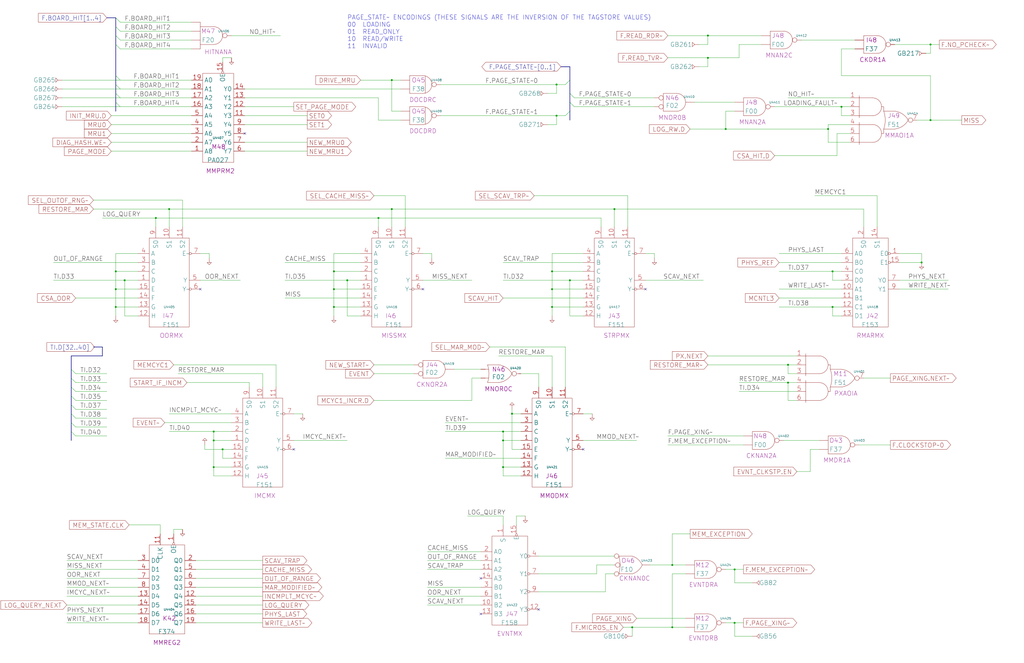
<source format=kicad_sch>
(kicad_sch (version 20250114) (generator "eeschema") (generator_version "9.0")
  (paper "User" 584.2 378.46)
  (title_block (title "MEMORY WRITE MONITOR") (date "20-MAR-90") (rev "1.0") (comment 1 "FIU") (comment 2 "232-003065") (comment 3 "S400") (comment 4 "RELEASED"))
  (text "PAGE_STATE~ ENCODINGS (THESE SIGNALS ARE THE INVERSION OF THE TAGSTORE VALUES)\n00  LOADING\n01  READ_ONLY\n10  READ/WRITE\n11  INVALID" (at 198.12 27.94 0) (effects (font (size 2.54 2.54)) (justify left bottom)))
  (junction (at 314.96 175.26))
  (junction (at 360.68 358.14))
  (junction (at 383.54 322.58))
  (junction (at 474.98 154.94))
  (junction (at 314.96 154.94))
  (junction (at 530.86 68.58))
  (junction (at 121.92 246.38))
  (junction (at 190.5 154.94))
  (junction (at 121.92 266.7))
  (junction (at 314.96 165.1))
  (junction (at 317.5 66.04))
  (junction (at 66.04 175.26))
  (junction (at 474.98 175.26))
  (junction (at 419.1 325.12))
  (junction (at 287.02 251.46))
  (junction (at 403.86 20.32))
  (junction (at 96.52 119.38))
  (junction (at 88.9 124.46))
  (junction (at 223.52 119.38))
  (junction (at 190.5 165.1))
  (junction (at 472.44 73.66))
  (junction (at 287.02 266.7))
  (junction (at 530.86 25.4))
  (junction (at 449.58 218.44))
  (junction (at 223.52 45.72))
  (junction (at 325.12 160.02))
  (junction (at 480.06 60.96))
  (junction (at 198.12 160.02))
  (junction (at 66.04 154.94))
  (junction (at 403.86 33.02))
  (junction (at 215.9 124.46))
  (junction (at 121.92 251.46))
  (junction (at 525.78 149.86))
  (junction (at 66.04 165.1))
  (junction (at 317.5 48.26))
  (junction (at 419.1 355.6))
  (junction (at 414.02 73.66))
  (junction (at 292.1 236.22))
  (junction (at 449.58 208.28))
  (junction (at 383.54 358.14))
  (junction (at 287.02 246.38))
  (junction (at 71.12 160.02))
  (junction (at 127 256.54))
  (junction (at 350.52 119.38))
  (junction (at 190.5 175.26))
  (no_connect (at 114.3 165.1))
  (no_connect (at 274.32 350.52))
  (no_connect (at 332.74 256.54))
  (no_connect (at 307.34 347.98))
  (no_connect (at 368.3 165.1))
  (no_connect (at 274.32 330.2))
  (no_connect (at 241.3 165.1))
  (no_connect (at 139.7 76.2))
  (no_connect (at 167.64 256.54))
  (bus_entry (at 325.12 63.5) (size -2.54 2.54))
  (bus_entry (at 325.12 58.42) (size 2.54 2.54))
  (bus_entry (at 40.64 220.98) (size 2.54 2.54))
  (bus_entry (at 66.04 58.42) (size 2.54 2.54))
  (bus_entry (at 66.04 15.24) (size 2.54 2.54))
  (bus_entry (at 66.04 48.26) (size 2.54 2.54))
  (bus_entry (at 40.64 226.06) (size 2.54 2.54))
  (bus_entry (at 66.04 10.16) (size 2.54 2.54))
  (bus_entry (at 40.64 231.14) (size 2.54 2.54))
  (bus_entry (at 40.64 210.82) (size 2.54 2.54))
  (bus_entry (at 40.64 241.3) (size 2.54 2.54))
  (bus_entry (at 66.04 53.34) (size 2.54 2.54))
  (bus_entry (at 325.12 53.34) (size 2.54 2.54))
  (bus_entry (at 40.64 236.22) (size 2.54 2.54))
  (bus_entry (at 40.64 246.38) (size 2.54 2.54))
  (bus_entry (at 66.04 20.32) (size 2.54 2.54))
  (bus_entry (at 66.04 43.18) (size 2.54 2.54))
  (bus_entry (at 40.64 215.9) (size 2.54 2.54))
  (bus_entry (at 66.04 25.4) (size 2.54 2.54))
  (bus_entry (at 325.12 45.72) (size -2.54 2.54))
  (wire (pts (xy 142.24 220.98) (xy 142.24 218.44)))
  (wire (pts (xy 190.5 175.26) (xy 205.74 175.26)))
  (wire (pts (xy 383.54 327.66) (xy 383.54 358.14)))
  (wire (pts (xy 307.34 317.5) (xy 350.52 317.5)))
  (wire (pts (xy 414.02 63.5) (xy 414.02 73.66)))
  (wire (pts (xy 350.52 119.38) (xy 223.52 119.38)))
  (wire (pts (xy 231.14 129.54) (xy 231.14 111.76)))
  (wire (pts (xy 332.74 236.22) (xy 337.82 236.22)))
  (wire (pts (xy 287.02 246.38) (xy 297.18 246.38)))
  (wire (pts (xy 419.1 355.6) (xy 424.18 355.6)))
  (wire (pts (xy 350.52 327.66) (xy 345.44 327.66)))
  (wire (pts (xy 68.58 50.8) (xy 109.22 50.8)))
  (wire (pts (xy 492.76 129.54) (xy 492.76 119.38)))
  (wire (pts (xy 381 254) (xy 424.18 254)))
  (wire (pts (xy 474.98 175.26) (xy 480.06 175.26)))
  (wire (pts (xy 121.92 266.7) (xy 132.08 266.7)))
  (wire (pts (xy 462.28 256.54) (xy 462.28 269.24)))
  (wire (pts (xy 322.58 220.98) (xy 322.58 198.12)))
  (wire (pts (xy 190.5 165.1) (xy 205.74 165.1)))
  (wire (pts (xy 167.64 251.46) (xy 198.12 251.46)))
  (wire (pts (xy 530.86 68.58) (xy 548.64 68.58)))
  (wire (pts (xy 111.76 350.52) (xy 149.86 350.52)))
  (wire (pts (xy 162.56 160.02) (xy 198.12 160.02)))
  (wire (pts (xy 363.22 353.06) (xy 391.16 353.06)))
  (wire (pts (xy 513.08 160.02) (xy 541.02 160.02)))
  (wire (pts (xy 485.14 76.2) (xy 477.52 76.2)))
  (wire (pts (xy 480.06 160.02) (xy 474.98 160.02)))
  (bus (pts (xy 66.04 48.26) (xy 66.04 53.34)))
  (wire (pts (xy 414.02 325.12) (xy 419.1 325.12)))
  (wire (pts (xy 287.02 266.7) (xy 297.18 266.7)))
  (wire (pts (xy 127 261.62) (xy 127 256.54)))
  (wire (pts (xy 513.08 144.78) (xy 525.78 144.78)))
  (wire (pts (xy 358.14 111.76) (xy 304.8 111.76)))
  (wire (pts (xy 530.86 25.4) (xy 530.86 30.48)))
  (wire (pts (xy 510.54 25.4) (xy 530.86 25.4)))
  (wire (pts (xy 314.96 220.98) (xy 314.96 203.2)))
  (wire (pts (xy 449.58 228.6) (xy 449.58 218.44)))
  (wire (pts (xy 381 248.92) (xy 424.18 248.92)))
  (wire (pts (xy 104.14 114.3) (xy 53.34 114.3)))
  (wire (pts (xy 71.12 180.34) (xy 71.12 160.02)))
  (wire (pts (xy 35.56 45.72) (xy 68.58 45.72)))
  (wire (pts (xy 421.64 223.52) (xy 454.66 223.52)))
  (wire (pts (xy 525.78 144.78) (xy 525.78 149.86)))
  (wire (pts (xy 96.52 246.38) (xy 121.92 246.38)))
  (wire (pts (xy 314.96 154.94) (xy 314.96 165.1)))
  (wire (pts (xy 68.58 55.88) (xy 109.22 55.88)))
  (wire (pts (xy 294.64 294.64) (xy 299.72 294.64)))
  (wire (pts (xy 190.5 154.94) (xy 190.5 165.1)))
  (wire (pts (xy 444.5 149.86) (xy 480.06 149.86)))
  (wire (pts (xy 243.84 320.04) (xy 274.32 320.04)))
  (wire (pts (xy 530.86 68.58) (xy 530.86 43.18)))
  (wire (pts (xy 38.1 355.6) (xy 78.74 355.6)))
  (wire (pts (xy 121.92 251.46) (xy 121.92 246.38)))
  (wire (pts (xy 43.18 218.44) (xy 60.96 218.44)))
  (wire (pts (xy 35.56 55.88) (xy 68.58 55.88)))
  (wire (pts (xy 287.02 170.18) (xy 332.74 170.18)))
  (bus (pts (xy 40.64 241.3) (xy 40.64 246.38)))
  (wire (pts (xy 454.66 213.36) (xy 449.58 213.36)))
  (wire (pts (xy 66.04 154.94) (xy 78.74 154.94)))
  (wire (pts (xy 63.5 76.2) (xy 109.22 76.2)))
  (wire (pts (xy 360.68 358.14) (xy 360.68 363.22)))
  (wire (pts (xy 88.9 124.46) (xy 58.42 124.46)))
  (wire (pts (xy 419.1 325.12) (xy 424.18 325.12)))
  (wire (pts (xy 307.34 213.36) (xy 297.18 213.36)))
  (wire (pts (xy 162.56 149.86) (xy 205.74 149.86)))
  (wire (pts (xy 317.5 66.04) (xy 322.58 66.04)))
  (wire (pts (xy 198.12 160.02) (xy 205.74 160.02)))
  (wire (pts (xy 421.64 218.44) (xy 449.58 218.44)))
  (wire (pts (xy 373.38 147.32) (xy 373.38 144.78)))
  (bus (pts (xy 40.64 231.14) (xy 40.64 236.22)))
  (wire (pts (xy 167.64 236.22) (xy 172.72 236.22)))
  (wire (pts (xy 35.56 50.8) (xy 68.58 50.8)))
  (wire (pts (xy 139.7 71.12) (xy 175.26 71.12)))
  (bus (pts (xy 40.64 203.2) (xy 40.64 210.82)))
  (wire (pts (xy 104.14 302.26) (xy 99.06 302.26)))
  (wire (pts (xy 121.92 271.78) (xy 121.92 266.7)))
  (wire (pts (xy 297.18 271.78) (xy 287.02 271.78)))
  (wire (pts (xy 43.18 248.92) (xy 60.96 248.92)))
  (wire (pts (xy 444.5 154.94) (xy 474.98 154.94)))
  (wire (pts (xy 297.18 256.54) (xy 292.1 256.54)))
  (wire (pts (xy 205.74 45.72) (xy 223.52 45.72)))
  (wire (pts (xy 523.24 68.58) (xy 530.86 68.58)))
  (wire (pts (xy 414.02 73.66) (xy 393.7 73.66)))
  (wire (pts (xy 314.96 165.1) (xy 314.96 175.26)))
  (wire (pts (xy 274.32 215.9) (xy 269.24 215.9)))
  (wire (pts (xy 492.76 215.9) (xy 508 215.9)))
  (wire (pts (xy 391.16 327.66) (xy 383.54 327.66)))
  (wire (pts (xy 111.76 320.04) (xy 149.86 320.04)))
  (wire (pts (xy 314.96 203.2) (xy 284.48 203.2)))
  (wire (pts (xy 317.5 71.12) (xy 317.5 66.04)))
  (wire (pts (xy 38.1 350.52) (xy 78.74 350.52)))
  (wire (pts (xy 243.84 340.36) (xy 274.32 340.36)))
  (wire (pts (xy 345.44 337.82) (xy 307.34 337.82)))
  (wire (pts (xy 307.34 220.98) (xy 307.34 213.36)))
  (wire (pts (xy 500.38 129.54) (xy 500.38 111.76)))
  (wire (pts (xy 292.1 233.68) (xy 292.1 236.22)))
  (wire (pts (xy 205.74 180.34) (xy 198.12 180.34)))
  (wire (pts (xy 111.76 325.12) (xy 149.86 325.12)))
  (wire (pts (xy 449.58 55.88) (xy 485.14 55.88)))
  (wire (pts (xy 43.18 228.6) (xy 60.96 228.6)))
  (bus (pts (xy 40.64 226.06) (xy 40.64 231.14)))
  (wire (pts (xy 96.52 119.38) (xy 53.34 119.38)))
  (wire (pts (xy 429.26 332.74) (xy 419.1 332.74)))
  (wire (pts (xy 66.04 165.1) (xy 66.04 175.26)))
  (wire (pts (xy 213.36 213.36) (xy 236.22 213.36)))
  (bus (pts (xy 66.04 58.42) (xy 66.04 63.5)))
  (wire (pts (xy 68.58 12.7) (xy 109.22 12.7)))
  (wire (pts (xy 485.14 81.28) (xy 472.44 81.28)))
  (wire (pts (xy 480.06 180.34) (xy 474.98 180.34)))
  (wire (pts (xy 157.48 220.98) (xy 157.48 208.28)))
  (wire (pts (xy 68.58 45.72) (xy 109.22 45.72)))
  (wire (pts (xy 111.76 345.44) (xy 149.86 345.44)))
  (bus (pts (xy 40.64 210.82) (xy 40.64 215.9)))
  (wire (pts (xy 139.7 66.04) (xy 175.26 66.04)))
  (wire (pts (xy 332.74 144.78) (xy 314.96 144.78)))
  (wire (pts (xy 132.08 261.62) (xy 127 261.62)))
  (wire (pts (xy 38.1 325.12) (xy 78.74 325.12)))
  (wire (pts (xy 259.08 210.82) (xy 274.32 210.82)))
  (wire (pts (xy 403.86 208.28) (xy 449.58 208.28)))
  (wire (pts (xy 68.58 27.94) (xy 109.22 27.94)))
  (wire (pts (xy 314.96 144.78) (xy 314.96 154.94)))
  (wire (pts (xy 480.06 43.18) (xy 480.06 27.94)))
  (wire (pts (xy 317.5 53.34) (xy 317.5 48.26)))
  (wire (pts (xy 287.02 299.72) (xy 287.02 294.64)))
  (wire (pts (xy 190.5 165.1) (xy 190.5 175.26)))
  (bus (pts (xy 325.12 38.1) (xy 325.12 45.72)))
  (wire (pts (xy 78.74 180.34) (xy 71.12 180.34)))
  (wire (pts (xy 340.36 327.66) (xy 307.34 327.66)))
  (wire (pts (xy 121.92 251.46) (xy 132.08 251.46)))
  (wire (pts (xy 403.86 38.1) (xy 403.86 33.02)))
  (wire (pts (xy 190.5 175.26) (xy 190.5 180.34)))
  (wire (pts (xy 66.04 144.78) (xy 66.04 154.94)))
  (wire (pts (xy 314.96 175.26) (xy 332.74 175.26)))
  (wire (pts (xy 215.9 129.54) (xy 215.9 124.46)))
  (wire (pts (xy 111.76 355.6) (xy 149.86 355.6)))
  (wire (pts (xy 513.08 165.1) (xy 541.02 165.1)))
  (wire (pts (xy 43.18 170.18) (xy 78.74 170.18)))
  (wire (pts (xy 231.14 111.76) (xy 213.36 111.76)))
  (wire (pts (xy 477.52 88.9) (xy 441.96 88.9)))
  (wire (pts (xy 355.6 358.14) (xy 360.68 358.14)))
  (wire (pts (xy 287.02 251.46) (xy 297.18 251.46)))
  (wire (pts (xy 292.1 236.22) (xy 292.1 256.54)))
  (wire (pts (xy 317.5 48.26) (xy 322.58 48.26)))
  (wire (pts (xy 398.78 38.1) (xy 403.86 38.1)))
  (wire (pts (xy 419.1 363.22) (xy 419.1 355.6)))
  (bus (pts (xy 58.42 203.2) (xy 58.42 198.12)))
  (wire (pts (xy 246.38 144.78) (xy 246.38 147.32)))
  (wire (pts (xy 530.86 43.18) (xy 480.06 43.18)))
  (wire (pts (xy 485.14 71.12) (xy 472.44 71.12)))
  (wire (pts (xy 132.08 271.78) (xy 121.92 271.78)))
  (wire (pts (xy 63.5 71.12) (xy 109.22 71.12)))
  (wire (pts (xy 223.52 119.38) (xy 96.52 119.38)))
  (wire (pts (xy 457.2 22.86) (xy 487.68 22.86)))
  (wire (pts (xy 116.84 256.54) (xy 116.84 254)))
  (wire (pts (xy 190.5 144.78) (xy 190.5 154.94)))
  (wire (pts (xy 66.04 175.26) (xy 78.74 175.26)))
  (wire (pts (xy 332.74 251.46) (xy 363.22 251.46)))
  (wire (pts (xy 66.04 165.1) (xy 78.74 165.1)))
  (wire (pts (xy 383.54 304.8) (xy 383.54 322.58)))
  (wire (pts (xy 111.76 330.2) (xy 149.86 330.2)))
  (wire (pts (xy 444.5 165.1) (xy 480.06 165.1)))
  (wire (pts (xy 414.02 355.6) (xy 419.1 355.6)))
  (wire (pts (xy 121.92 246.38) (xy 132.08 246.38)))
  (wire (pts (xy 368.3 144.78) (xy 373.38 144.78)))
  (wire (pts (xy 38.1 320.04) (xy 78.74 320.04)))
  (wire (pts (xy 287.02 266.7) (xy 287.02 251.46)))
  (wire (pts (xy 449.58 218.44) (xy 454.66 218.44)))
  (wire (pts (xy 269.24 228.6) (xy 213.36 228.6)))
  (wire (pts (xy 43.18 238.76) (xy 60.96 238.76)))
  (wire (pts (xy 127 33.02) (xy 127 35.56)))
  (wire (pts (xy 190.5 154.94) (xy 205.74 154.94)))
  (bus (pts (xy 40.64 203.2) (xy 58.42 203.2)))
  (wire (pts (xy 162.56 170.18) (xy 205.74 170.18)))
  (wire (pts (xy 111.76 335.28) (xy 149.86 335.28)))
  (wire (pts (xy 66.04 175.26) (xy 66.04 180.34)))
  (wire (pts (xy 325.12 160.02) (xy 332.74 160.02)))
  (wire (pts (xy 215.9 124.46) (xy 342.9 124.46)))
  (wire (pts (xy 314.96 175.26) (xy 314.96 180.34)))
  (wire (pts (xy 241.3 160.02) (xy 269.24 160.02)))
  (bus (pts (xy 325.12 63.5) (xy 325.12 68.58)))
  (wire (pts (xy 68.58 60.96) (xy 109.22 60.96)))
  (wire (pts (xy 381 20.32) (xy 403.86 20.32)))
  (wire (pts (xy 96.52 129.54) (xy 96.52 119.38)))
  (wire (pts (xy 43.18 243.84) (xy 60.96 243.84)))
  (wire (pts (xy 403.86 203.2) (xy 454.66 203.2)))
  (bus (pts (xy 320.04 38.1) (xy 325.12 38.1)))
  (wire (pts (xy 370.84 322.58) (xy 383.54 322.58)))
  (wire (pts (xy 157.48 208.28) (xy 99.06 208.28)))
  (wire (pts (xy 528.32 30.48) (xy 530.86 30.48)))
  (wire (pts (xy 393.7 304.8) (xy 383.54 304.8)))
  (wire (pts (xy 472.44 71.12) (xy 472.44 73.66)))
  (wire (pts (xy 500.38 111.76) (xy 464.82 111.76)))
  (wire (pts (xy 43.18 223.52) (xy 60.96 223.52)))
  (wire (pts (xy 490.22 254) (xy 508 254)))
  (wire (pts (xy 38.1 330.2) (xy 78.74 330.2)))
  (wire (pts (xy 213.36 208.28) (xy 236.22 208.28)))
  (wire (pts (xy 269.24 215.9) (xy 269.24 228.6)))
  (wire (pts (xy 421.64 25.4) (xy 421.64 33.02)))
  (wire (pts (xy 342.9 129.54) (xy 342.9 124.46)))
  (wire (pts (xy 139.7 81.28) (xy 175.26 81.28)))
  (bus (pts (xy 66.04 10.16) (xy 66.04 15.24)))
  (wire (pts (xy 480.06 60.96) (xy 485.14 60.96)))
  (bus (pts (xy 66.04 43.18) (xy 66.04 48.26)))
  (wire (pts (xy 106.68 218.44) (xy 142.24 218.44)))
  (wire (pts (xy 38.1 335.28) (xy 78.74 335.28)))
  (wire (pts (xy 477.52 76.2) (xy 477.52 88.9)))
  (wire (pts (xy 228.6 68.58) (xy 215.9 68.58)))
  (wire (pts (xy 287.02 160.02) (xy 325.12 160.02)))
  (wire (pts (xy 101.6 213.36) (xy 149.86 213.36)))
  (wire (pts (xy 350.52 129.54) (xy 350.52 119.38)))
  (bus (pts (xy 66.04 25.4) (xy 66.04 43.18)))
  (wire (pts (xy 513.08 149.86) (xy 525.78 149.86)))
  (wire (pts (xy 472.44 73.66) (xy 414.02 73.66)))
  (wire (pts (xy 383.54 358.14) (xy 391.16 358.14)))
  (wire (pts (xy 205.74 144.78) (xy 190.5 144.78)))
  (wire (pts (xy 474.98 180.34) (xy 474.98 175.26)))
  (wire (pts (xy 241.3 144.78) (xy 246.38 144.78)))
  (bus (pts (xy 66.04 15.24) (xy 66.04 20.32)))
  (wire (pts (xy 30.48 160.02) (xy 71.12 160.02)))
  (wire (pts (xy 139.7 60.96) (xy 167.64 60.96)))
  (wire (pts (xy 340.36 322.58) (xy 340.36 327.66)))
  (wire (pts (xy 132.08 256.54) (xy 127 256.54)))
  (bus (pts (xy 40.64 215.9) (xy 40.64 220.98)))
  (wire (pts (xy 480.06 27.94) (xy 487.68 27.94)))
  (bus (pts (xy 40.64 236.22) (xy 40.64 241.3)))
  (wire (pts (xy 254 241.3) (xy 297.18 241.3)))
  (wire (pts (xy 462.28 269.24) (xy 454.66 269.24)))
  (wire (pts (xy 114.3 144.78) (xy 119.38 144.78)))
  (wire (pts (xy 215.9 68.58) (xy 215.9 55.88)))
  (wire (pts (xy 444.5 144.78) (xy 480.06 144.78)))
  (wire (pts (xy 447.04 251.46) (xy 467.36 251.46)))
  (wire (pts (xy 287.02 149.86) (xy 332.74 149.86)))
  (wire (pts (xy 43.18 233.68) (xy 60.96 233.68)))
  (wire (pts (xy 30.48 149.86) (xy 78.74 149.86)))
  (wire (pts (xy 314.96 165.1) (xy 332.74 165.1)))
  (wire (pts (xy 287.02 294.64) (xy 266.7 294.64)))
  (wire (pts (xy 63.5 66.04) (xy 109.22 66.04)))
  (bus (pts (xy 325.12 58.42) (xy 325.12 63.5)))
  (wire (pts (xy 68.58 22.86) (xy 109.22 22.86)))
  (wire (pts (xy 99.06 302.26) (xy 99.06 304.8)))
  (wire (pts (xy 474.98 160.02) (xy 474.98 154.94)))
  (wire (pts (xy 88.9 129.54) (xy 88.9 124.46)))
  (wire (pts (xy 91.44 304.8) (xy 91.44 299.72)))
  (wire (pts (xy 332.74 180.34) (xy 325.12 180.34)))
  (bus (pts (xy 40.64 220.98) (xy 40.64 226.06)))
  (wire (pts (xy 474.98 154.94) (xy 480.06 154.94)))
  (wire (pts (xy 91.44 299.72) (xy 73.66 299.72)))
  (wire (pts (xy 327.66 60.96) (xy 373.38 60.96)))
  (wire (pts (xy 251.46 66.04) (xy 317.5 66.04)))
  (wire (pts (xy 88.9 124.46) (xy 215.9 124.46)))
  (wire (pts (xy 119.38 144.78) (xy 119.38 147.32)))
  (wire (pts (xy 223.52 119.38) (xy 223.52 129.54)))
  (wire (pts (xy 96.52 236.22) (xy 132.08 236.22)))
  (wire (pts (xy 254 246.38) (xy 287.02 246.38)))
  (wire (pts (xy 383.54 322.58) (xy 391.16 322.58)))
  (bus (pts (xy 53.34 198.12) (xy 58.42 198.12)))
  (wire (pts (xy 287.02 251.46) (xy 287.02 246.38)))
  (wire (pts (xy 132.08 20.32) (xy 160.02 20.32)))
  (bus (pts (xy 40.64 246.38) (xy 40.64 251.46)))
  (wire (pts (xy 429.26 363.22) (xy 419.1 363.22)))
  (wire (pts (xy 63.5 86.36) (xy 109.22 86.36)))
  (wire (pts (xy 243.84 345.44) (xy 274.32 345.44)))
  (wire (pts (xy 441.96 60.96) (xy 480.06 60.96)))
  (wire (pts (xy 198.12 180.34) (xy 198.12 160.02)))
  (wire (pts (xy 139.7 50.8) (xy 228.6 50.8)))
  (wire (pts (xy 530.86 25.4) (xy 535.94 25.4)))
  (wire (pts (xy 63.5 81.28) (xy 109.22 81.28)))
  (wire (pts (xy 454.66 228.6) (xy 449.58 228.6)))
  (wire (pts (xy 43.18 213.36) (xy 60.96 213.36)))
  (bus (pts (xy 325.12 53.34) (xy 325.12 58.42)))
  (wire (pts (xy 312.42 53.34) (xy 317.5 53.34)))
  (wire (pts (xy 449.58 208.28) (xy 454.66 208.28)))
  (wire (pts (xy 139.7 86.36) (xy 175.26 86.36)))
  (wire (pts (xy 485.14 66.04) (xy 480.06 66.04)))
  (wire (pts (xy 243.84 335.28) (xy 274.32 335.28)))
  (wire (pts (xy 492.76 119.38) (xy 350.52 119.38)))
  (wire (pts (xy 66.04 154.94) (xy 66.04 165.1)))
  (wire (pts (xy 294.64 299.72) (xy 294.64 294.64)))
  (wire (pts (xy 114.3 160.02) (xy 137.16 160.02)))
  (wire (pts (xy 228.6 63.5) (xy 223.52 63.5)))
  (wire (pts (xy 472.44 81.28) (xy 472.44 73.66)))
  (wire (pts (xy 132.08 33.02) (xy 127 33.02)))
  (wire (pts (xy 345.44 327.66) (xy 345.44 337.82)))
  (wire (pts (xy 111.76 340.36) (xy 149.86 340.36)))
  (wire (pts (xy 38.1 340.36) (xy 78.74 340.36)))
  (wire (pts (xy 444.5 170.18) (xy 480.06 170.18)))
  (wire (pts (xy 68.58 17.78) (xy 109.22 17.78)))
  (wire (pts (xy 467.36 256.54) (xy 462.28 256.54)))
  (wire (pts (xy 292.1 236.22) (xy 297.18 236.22)))
  (wire (pts (xy 223.52 45.72) (xy 228.6 45.72)))
  (wire (pts (xy 403.86 33.02) (xy 421.64 33.02)))
  (wire (pts (xy 327.66 55.88) (xy 373.38 55.88)))
  (wire (pts (xy 243.84 325.12) (xy 274.32 325.12)))
  (bus (pts (xy 60.96 10.16) (xy 66.04 10.16)))
  (wire (pts (xy 480.06 66.04) (xy 480.06 60.96)))
  (wire (pts (xy 350.52 322.58) (xy 340.36 322.58)))
  (wire (pts (xy 149.86 220.98) (xy 149.86 213.36)))
  (wire (pts (xy 215.9 55.88) (xy 139.7 55.88)))
  (wire (pts (xy 325.12 180.34) (xy 325.12 160.02)))
  (wire (pts (xy 358.14 129.54) (xy 358.14 111.76)))
  (wire (pts (xy 398.78 25.4) (xy 403.86 25.4)))
  (wire (pts (xy 368.3 160.02) (xy 401.32 160.02)))
  (wire (pts (xy 251.46 48.26) (xy 317.5 48.26)))
  (wire (pts (xy 449.58 213.36) (xy 449.58 208.28)))
  (wire (pts (xy 419.1 332.74) (xy 419.1 325.12)))
  (wire (pts (xy 360.68 358.14) (xy 383.54 358.14)))
  (wire (pts (xy 403.86 25.4) (xy 403.86 20.32)))
  (wire (pts (xy 243.84 314.96) (xy 274.32 314.96)))
  (wire (pts (xy 104.14 129.54) (xy 104.14 114.3)))
  (bus (pts (xy 66.04 20.32) (xy 66.04 25.4)))
  (wire (pts (xy 419.1 63.5) (xy 414.02 63.5)))
  (wire (pts (xy 127 256.54) (xy 116.84 256.54)))
  (wire (pts (xy 287.02 271.78) (xy 287.02 266.7)))
  (wire (pts (xy 223.52 63.5) (xy 223.52 45.72)))
  (wire (pts (xy 403.86 20.32) (xy 434.34 20.32)))
  (wire (pts (xy 434.34 25.4) (xy 421.64 25.4)))
  (wire (pts (xy 121.92 266.7) (xy 121.92 251.46)))
  (wire (pts (xy 396.24 58.42) (xy 419.1 58.42)))
  (wire (pts (xy 35.56 60.96) (xy 68.58 60.96)))
  (wire (pts (xy 312.42 71.12) (xy 317.5 71.12)))
  (wire (pts (xy 254 261.62) (xy 297.18 261.62)))
  (wire (pts (xy 444.5 175.26) (xy 474.98 175.26)))
  (wire (pts (xy 93.98 241.3) (xy 132.08 241.3)))
  (bus (pts (xy 325.12 45.72) (xy 325.12 53.34)))
  (wire (pts (xy 314.96 154.94) (xy 332.74 154.94)))
  (wire (pts (xy 38.1 345.44) (xy 78.74 345.44)))
  (wire (pts (xy 322.58 198.12) (xy 279.4 198.12)))
  (wire (pts (xy 381 33.02) (xy 403.86 33.02)))
  (bus (pts (xy 66.04 53.34) (xy 66.04 58.42)))
  (wire (pts (xy 71.12 160.02) (xy 78.74 160.02)))
  (wire (pts (xy 78.74 144.78) (xy 66.04 144.78)))
  (label "TI.D32" (at 45.72 213.36 0) (effects (font (size 2.54 2.54))))
  (label "TI.D34" (at 45.72 223.52 0) (effects (font (size 2.54 2.54))))
  (label "IMCYC_NEXT~" (at 172.72 251.46 0) (effects (font (size 2.54 2.54))))
  (label "TI.D35" (at 45.72 228.6 0) (effects (font (size 2.54 2.54))))
  (label "MISS" (at 243.84 335.28 0) (effects (font (size 2.54 2.54))))
  (label "SCAV_NEXT" (at 38.1 320.04 0) (effects (font (size 2.54 2.54))))
  (label "SCAV_TRAP" (at 287.02 149.86 0) (effects (font (size 2.54 2.54))))
  (label "TI.D40" (at 96.52 246.38 0) (effects (font (size 2.54 2.54))))
  (label "MMOD_NEXT~" (at 340.36 251.46 0) (effects (font (size 2.54 2.54))))
  (label "TI.D33" (at 30.48 160.02 0) (effects (font (size 2.54 2.54))))
  (label "OOR_NEXT" (at 116.84 160.02 0) (effects (font (size 2.54 2.54))))
  (label "F.MEM_EXCEPTION~" (at 381 254 0) (effects (font (size 2.54 2.54))))
  (label "F.PAGE_STATE~1" (at 330.2 60.96 0) (effects (font (size 2.54 2.54))))
  (label "EVENT~" (at 254 241.3 0) (effects (font (size 2.54 2.54))))
  (label "F.BOARD_HIT3" (at 76.2 55.88 0) (effects (font (size 2.54 2.54))))
  (label "F.BOARD_HIT3" (at 71.12 22.86 0) (effects (font (size 2.54 2.54))))
  (label "TI.D38" (at 449.58 175.26 0) (effects (font (size 2.54 2.54))))
  (label "SCAV_TRAP" (at 243.84 325.12 0) (effects (font (size 2.54 2.54))))
  (label "TI.D35" (at 162.56 160.02 0) (effects (font (size 2.54 2.54))))
  (label "WRITE_NEXT~" (at 38.1 355.6 0) (effects (font (size 2.54 2.54))))
  (label "F.PAGE_STATE~0" (at 330.2 55.88 0) (effects (font (size 2.54 2.54))))
  (label "LOADING_FAULT~" (at 447.04 60.96 0) (effects (font (size 2.54 2.54))))
  (label "NO_HIT~" (at 142.24 20.32 0) (effects (font (size 2.54 2.54))))
  (label "OOR_NEXT" (at 38.1 330.2 0) (effects (font (size 2.54 2.54))))
  (label "MAR_MODIFIED~" (at 254 261.62 0) (effects (font (size 2.54 2.54))))
  (label "TI.D38" (at 45.72 238.76 0) (effects (font (size 2.54 2.54))))
  (label "SCAV_NEXT" (at 243.84 345.44 0) (effects (font (size 2.54 2.54))))
  (label "LOG_QUERY" (at 266.7 294.64 0) (effects (font (size 2.54 2.54))))
  (label "RESTORE_MAR" (at 101.6 213.36 0) (effects (font (size 2.54 2.54))))
  (label "F.BOARD_HIT1" (at 76.2 45.72 0) (effects (font (size 2.54 2.54))))
  (label "NO_HIT~" (at 449.58 55.88 0) (effects (font (size 2.54 2.54))))
  (label "OUT_OF_RANGE" (at 30.48 149.86 0) (effects (font (size 2.54 2.54))))
  (label "CACHE_MISS" (at 162.56 149.86 0) (effects (font (size 2.54 2.54))))
  (label "PHYS_LAST" (at 449.58 144.78 0) (effects (font (size 2.54 2.54))))
  (label "PHYS_NEXT" (at 518.16 160.02 0) (effects (font (size 2.54 2.54))))
  (label "MMOD_NEXT~" (at 38.1 335.28 0) (effects (font (size 2.54 2.54))))
  (label "OOR_NEXT" (at 243.84 340.36 0) (effects (font (size 2.54 2.54))))
  (label "INCMPLT_MCYC~" (at 96.52 236.22 0) (effects (font (size 2.54 2.54))))
  (label "MISS" (at 162.56 170.18 0) (effects (font (size 2.54 2.54))))
  (label "F.PAGE_STATE~1" (at 276.86 66.04 0) (effects (font (size 2.54 2.54))))
  (label "WRITE_NEXT~" (at 518.16 165.1 0) (effects (font (size 2.54 2.54))))
  (label "TI.D39" (at 45.72 243.84 0) (effects (font (size 2.54 2.54))))
  (label "MISS_NEXT" (at 38.1 325.12 0) (effects (font (size 2.54 2.54))))
  (label "TI.D33" (at 45.72 218.44 0) (effects (font (size 2.54 2.54))))
  (label "TI.D32" (at 287.02 160.02 0) (effects (font (size 2.54 2.54))))
  (label "F.BOARD_HIT4" (at 76.2 60.96 0) (effects (font (size 2.54 2.54))))
  (label "PHYS_NEXT" (at 38.1 350.52 0) (effects (font (size 2.54 2.54))))
  (label "RESTORE_MAR" (at 284.48 203.2 0) (effects (font (size 2.54 2.54))))
  (label "OUT_OF_RANGE" (at 243.84 320.04 0) (effects (font (size 2.54 2.54))))
  (label "CACHE_MISS" (at 243.84 314.96 0) (effects (font (size 2.54 2.54))))
  (label "LOG_QUERY" (at 58.42 124.46 0) (effects (font (size 2.54 2.54))))
  (label "F.BOARD_HIT2" (at 76.2 50.8 0) (effects (font (size 2.54 2.54))))
  (label "F.PAGE_STATE~0" (at 276.86 48.26 0) (effects (font (size 2.54 2.54))))
  (label "F.BOARD_HIT2" (at 71.12 17.78 0) (effects (font (size 2.54 2.54))))
  (label "F.BOARD_HIT1" (at 71.12 12.7 0) (effects (font (size 2.54 2.54))))
  (label "TI.D34" (at 421.64 223.52 0) (effects (font (size 2.54 2.54))))
  (label "RESTORE_MAR" (at 421.64 218.44 0) (effects (font (size 2.54 2.54))))
  (label "TI.D40" (at 45.72 248.92 0) (effects (font (size 2.54 2.54))))
  (label "TI.D39" (at 254 246.38 0) (effects (font (size 2.54 2.54))))
  (label "TI.D37" (at 45.72 233.68 0) (effects (font (size 2.54 2.54))))
  (label "F.BOARD_HIT4" (at 71.12 27.94 0) (effects (font (size 2.54 2.54))))
  (label "TI.D37" (at 449.58 154.94 0) (effects (font (size 2.54 2.54))))
  (label "F.PAGE_XING~" (at 381 248.92 0) (effects (font (size 2.54 2.54))))
  (label "MEMCYC1" (at 464.82 111.76 0) (effects (font (size 2.54 2.54))))
  (label "MISS_NEXT" (at 246.38 160.02 0) (effects (font (size 2.54 2.54))))
  (label "SCAV_NEXT" (at 378.46 160.02 0) (effects (font (size 2.54 2.54))))
  (label "WRITE_LAST~" (at 449.58 165.1 0) (effects (font (size 2.54 2.54))))
  (label "IMCYC_NEXT~" (at 38.1 340.36 0) (effects (font (size 2.54 2.54))))
  (global_label "WRITE_LAST~" (shape output) (at 149.86 355.6 0) (effects (font (size 2.54 2.54))) (property "Intersheetrefs" "${INTERSHEET_REFS}" (at 177.9089 355.4413 0) (effects (font (size 1.905 1.905)) (justify left))))
  (global_label "NEW_MRU0" (shape output) (at 175.26 81.28 0) (effects (font (size 2.54 2.54))) (property "Intersheetrefs" "${INTERSHEET_REFS}" (at 200.406 81.1213 0) (effects (font (size 1.905 1.905)) (justify left))))
  (global_label "SEL_OUTOF_RNG~" (shape input) (at 53.34 114.3 180) (effects (font (size 2.54 2.54))) (property "Intersheetrefs" "${INTERSHEET_REFS}" (at 16.2197 114.1413 0) (effects (font (size 1.905 1.905)) (justify right))))
  (global_label "PHYS_LAST" (shape output) (at 149.86 350.52 0) (effects (font (size 2.54 2.54))) (property "Intersheetrefs" "${INTERSHEET_REFS}" (at 175.006 350.3613 0) (effects (font (size 1.905 1.905)) (justify left))))
  (global_label "MISS" (shape output) (at 548.64 68.58 0) (effects (font (size 2.54 2.54))) (property "Intersheetrefs" "${INTERSHEET_REFS}" (at 562.4165 68.4213 0) (effects (font (size 1.905 1.905)) (justify left))))
  (global_label "F.MICROS_EN" (shape input) (at 355.6 358.14 180) (effects (font (size 2.54 2.54))) (property "Intersheetrefs" "${INTERSHEET_REFS}" (at 326.2207 357.9813 0) (effects (font (size 1.905 1.905)) (justify right))))
  (global_label "SET1" (shape output) (at 175.26 71.12 0) (effects (font (size 2.54 2.54))) (property "Intersheetrefs" "${INTERSHEET_REFS}" (at 189.1574 70.9613 0) (effects (font (size 1.905 1.905)) (justify left))))
  (global_label "SEL_SCAV_TRP~" (shape input) (at 304.8 111.76 180) (effects (font (size 2.54 2.54))) (property "Intersheetrefs" "${INTERSHEET_REFS}" (at 271.1873 111.6013 0) (effects (font (size 1.905 1.905)) (justify right))))
  (global_label "NEW_MRU1" (shape output) (at 175.26 86.36 0) (effects (font (size 2.54 2.54))) (property "Intersheetrefs" "${INTERSHEET_REFS}" (at 200.406 86.2013 0) (effects (font (size 1.905 1.905)) (justify left))))
  (global_label "INIT_MRU.D" (shape input) (at 63.5 66.04 180) (effects (font (size 2.54 2.54))) (property "Intersheetrefs" "${INTERSHEET_REFS}" (at 37.8702 65.8813 0) (effects (font (size 1.905 1.905)) (justify right))))
  (global_label "PHYS_REF" (shape input) (at 444.5 149.86 180) (effects (font (size 2.54 2.54))) (property "Intersheetrefs" "${INTERSHEET_REFS}" (at 420.9264 149.7013 0) (effects (font (size 1.905 1.905)) (justify right))))
  (global_label "INCMPLT_MCYC~" (shape output) (at 149.86 340.36 0) (effects (font (size 2.54 2.54))) (property "Intersheetrefs" "${INTERSHEET_REFS}" (at 184.4403 340.2013 0) (effects (font (size 1.905 1.905)) (justify left))))
  (global_label "MRU0" (shape input) (at 63.5 71.12 180) (effects (font (size 2.54 2.54))) (property "Intersheetrefs" "${INTERSHEET_REFS}" (at 48.1511 70.9613 0) (effects (font (size 1.905 1.905)) (justify right))))
  (global_label "F.PAGE_STATE~[0..1]" (shape bidirectional) (at 320.04 38.1 180) (effects (font (size 2.54 2.54))) (property "Intersheetrefs" "${INTERSHEET_REFS}" (at 277.114 37.9413 0) (effects (font (size 1.905 1.905)) (justify right))))
  (global_label "MAR_MODIFIED~" (shape output) (at 149.86 335.28 0) (effects (font (size 2.54 2.54))) (property "Intersheetrefs" "${INTERSHEET_REFS}" (at 183.5936 335.1213 0) (effects (font (size 1.905 1.905)) (justify left))))
  (global_label "F.READ_TVR~" (shape input) (at 381 33.02 180) (effects (font (size 2.54 2.54))) (property "Intersheetrefs" "${INTERSHEET_REFS}" (at 352.8302 32.8613 0) (effects (font (size 1.905 1.905)) (justify right))))
  (global_label "EVNT_CLKSTP.EN" (shape input) (at 454.66 269.24 180) (effects (font (size 2.54 2.54))) (property "Intersheetrefs" "${INTERSHEET_REFS}" (at 418.6283 269.0813 0) (effects (font (size 1.905 1.905)) (justify right))))
  (global_label "EVENT~" (shape input) (at 93.98 241.3 180) (effects (font (size 2.54 2.54))) (property "Intersheetrefs" "${INTERSHEET_REFS}" (at 75.9702 241.1413 0) (effects (font (size 1.905 1.905)) (justify right))))
  (global_label "MRU1" (shape input) (at 63.5 76.2 180) (effects (font (size 2.54 2.54))) (property "Intersheetrefs" "${INTERSHEET_REFS}" (at 48.1511 76.0413 0) (effects (font (size 1.905 1.905)) (justify right))))
  (global_label "SEL_MAR_MOD~" (shape input) (at 279.4 198.12 180) (effects (font (size 2.54 2.54))) (property "Intersheetrefs" "${INTERSHEET_REFS}" (at 246.3921 197.9613 0) (effects (font (size 1.905 1.905)) (justify right))))
  (global_label "MEM_STATE.CLK" (shape input) (at 73.66 299.72 180) (effects (font (size 2.54 2.54))) (property "Intersheetrefs" "${INTERSHEET_REFS}" (at 39.6845 299.5613 0) (effects (font (size 1.905 1.905)) (justify right))))
  (global_label "SET_PAGE_MODE" (shape output) (at 167.64 60.96 0) (effects (font (size 2.54 2.54))) (property "Intersheetrefs" "${INTERSHEET_REFS}" (at 202.946 60.8013 0) (effects (font (size 1.905 1.905)) (justify left))))
  (global_label "SCAV_TRAP" (shape output) (at 149.86 320.04 0) (effects (font (size 2.54 2.54))) (property "Intersheetrefs" "${INTERSHEET_REFS}" (at 175.127 319.8813 0) (effects (font (size 1.905 1.905)) (justify left))))
  (global_label "MEMCYC1" (shape input) (at 99.06 208.28 180) (effects (font (size 2.54 2.54))) (property "Intersheetrefs" "${INTERSHEET_REFS}" (at 76.454 208.1213 0) (effects (font (size 1.905 1.905)) (justify right))))
  (global_label "MEM_EXCEPTION" (shape output) (at 393.7 304.8 0) (effects (font (size 2.54 2.54))) (property "Intersheetrefs" "${INTERSHEET_REFS}" (at 429.127 304.6413 0) (effects (font (size 1.905 1.905)) (justify left))))
  (global_label "F.MEM_EXCEPTION~" (shape output) (at 424.18 325.12 0) (effects (font (size 2.54 2.54))) (property "Intersheetrefs" "${INTERSHEET_REFS}" (at 464.8079 324.9613 0) (effects (font (size 1.905 1.905)) (justify left))))
  (global_label "F.BOARD_HIT[1..4]" (shape input) (at 60.96 10.16 180) (effects (font (size 2.54 2.54))) (property "Intersheetrefs" "${INTERSHEET_REFS}" (at 21.9045 10.0013 0) (effects (font (size 1.905 1.905)) (justify right))))
  (global_label "DIAG_HASH.WE~" (shape input) (at 63.5 81.28 180) (effects (font (size 2.54 2.54))) (property "Intersheetrefs" "${INTERSHEET_REFS}" (at 30.1292 81.1213 0) (effects (font (size 1.905 1.905)) (justify right))))
  (global_label "MCNTL3" (shape input) (at 444.5 170.18 180) (effects (font (size 2.54 2.54))) (property "Intersheetrefs" "${INTERSHEET_REFS}" (at 425.1597 170.0213 0) (effects (font (size 1.905 1.905)) (justify right))))
  (global_label "TI.D[32..40]" (shape input) (at 53.9885 198.12 180) (effects (font (size 2.54 2.54))) (property "Intersheetrefs" "${INTERSHEET_REFS}" (at 26.7863 197.9613 0) (effects (font (size 1.905 1.905)) (justify right))))
  (global_label "F.CLOCKSTOP~0" (shape output) (at 508 254 0) (effects (font (size 2.54 2.54))) (property "Intersheetrefs" "${INTERSHEET_REFS}" (at 542.3384 253.8413 0) (effects (font (size 1.905 1.905)) (justify left))))
  (global_label "PAGE_MODE" (shape input) (at 63.5 86.36 180) (effects (font (size 2.54 2.54))) (property "Intersheetrefs" "${INTERSHEET_REFS}" (at 36.7816 86.2013 0) (effects (font (size 1.905 1.905)) (justify right))))
  (global_label "LOG_RW.D" (shape input) (at 393.7 73.66 180) (effects (font (size 2.54 2.54))) (property "Intersheetrefs" "${INTERSHEET_REFS}" (at 370.4892 73.5013 0) (effects (font (size 1.905 1.905)) (justify right))))
  (global_label "CSA_OOR" (shape input) (at 43.18 170.18 180) (effects (font (size 2.54 2.54))) (property "Intersheetrefs" "${INTERSHEET_REFS}" (at 21.4207 170.0213 0) (effects (font (size 1.905 1.905)) (justify right))))
  (global_label "F.NO_PCHECK~" (shape output) (at 535.94 25.4 0) (effects (font (size 2.54 2.54))) (property "Intersheetrefs" "${INTERSHEET_REFS}" (at 568.3431 25.2413 0) (effects (font (size 1.905 1.905)) (justify left))))
  (global_label "SET0" (shape output) (at 175.26 66.04 0) (effects (font (size 2.54 2.54))) (property "Intersheetrefs" "${INTERSHEET_REFS}" (at 189.1574 65.8813 0) (effects (font (size 1.905 1.905)) (justify left))))
  (global_label "MCYC1_INCR.D" (shape input) (at 213.36 228.6 180) (effects (font (size 2.54 2.54))) (property "Intersheetrefs" "${INTERSHEET_REFS}" (at 181.3197 228.4413 0) (effects (font (size 1.905 1.905)) (justify right))))
  (global_label "RESTORE_MAR" (shape input) (at 53.34 119.38 180) (effects (font (size 2.54 2.54))) (property "Intersheetrefs" "${INTERSHEET_REFS}" (at 22.2673 119.2213 0) (effects (font (size 1.905 1.905)) (justify right))))
  (global_label "EVENT" (shape input) (at 213.36 213.36 180) (effects (font (size 2.54 2.54))) (property "Intersheetrefs" "${INTERSHEET_REFS}" (at 197.1645 213.2013 0) (effects (font (size 1.905 1.905)) (justify right))))
  (global_label "START_IF_INCM" (shape input) (at 106.68 218.44 180) (effects (font (size 2.54 2.54))) (property "Intersheetrefs" "${INTERSHEET_REFS}" (at 74.2769 218.2813 0) (effects (font (size 1.905 1.905)) (justify right))))
  (global_label "CSA_HIT.D" (shape input) (at 441.96 88.9 180) (effects (font (size 2.54 2.54))) (property "Intersheetrefs" "${INTERSHEET_REFS}" (at 418.5073 88.7413 0) (effects (font (size 1.905 1.905)) (justify right))))
  (global_label "LOG_QUERY_NEXT" (shape input) (at 38.1 345.44 180) (effects (font (size 2.54 2.54))) (property "Intersheetrefs" "${INTERSHEET_REFS}" (at 0.4959 345.2813 0) (effects (font (size 1.905 1.905)) (justify right))))
  (global_label "OUT_OF_RANGE" (shape output) (at 149.86 330.2 0) (effects (font (size 2.54 2.54))) (property "Intersheetrefs" "${INTERSHEET_REFS}" (at 182.8679 330.0413 0) (effects (font (size 1.905 1.905)) (justify left))))
  (global_label "RESTORE_MAR~" (shape input) (at 403.86 208.28 180) (effects (font (size 2.54 2.54))) (property "Intersheetrefs" "${INTERSHEET_REFS}" (at 370.973 208.1213 0) (effects (font (size 1.905 1.905)) (justify right))))
  (global_label "NEW_START~" (shape input) (at 213.36 208.28 180) (effects (font (size 2.54 2.54))) (property "Intersheetrefs" "${INTERSHEET_REFS}" (at 185.9159 208.1213 0) (effects (font (size 1.905 1.905)) (justify right))))
  (global_label "LOG_QUERY" (shape output) (at 149.86 345.44 0) (effects (font (size 2.54 2.54))) (property "Intersheetrefs" "${INTERSHEET_REFS}" (at 176.2155 345.2813 0) (effects (font (size 1.905 1.905)) (justify left))))
  (global_label "SCAV_HIT" (shape input) (at 287.02 170.18 180) (effects (font (size 2.54 2.54))) (property "Intersheetrefs" "${INTERSHEET_REFS}" (at 265.1397 170.0213 0) (effects (font (size 1.905 1.905)) (justify right))))
  (global_label "F.PAGE_XING~" (shape output) (at 424.18 355.6 0) (effects (font (size 2.54 2.54))) (property "Intersheetrefs" "${INTERSHEET_REFS}" (at 454.527 355.4413 0) (effects (font (size 1.905 1.905)) (justify left))))
  (global_label "CACHE_MISS" (shape output) (at 149.86 325.12 0) (effects (font (size 2.54 2.54))) (property "Intersheetrefs" "${INTERSHEET_REFS}" (at 177.7879 324.9613 0) (effects (font (size 1.905 1.905)) (justify left))))
  (global_label "DRIVE_MRU" (shape input) (at 205.74 45.72 180) (effects (font (size 2.54 2.54))) (property "Intersheetrefs" "${INTERSHEET_REFS}" (at 180.1102 45.5613 0) (effects (font (size 1.905 1.905)) (justify right))))
  (global_label "F.READ_RDR~" (shape input) (at 381 20.32 180) (effects (font (size 2.54 2.54))) (property "Intersheetrefs" "${INTERSHEET_REFS}" (at 351.8626 20.1613 0) (effects (font (size 1.905 1.905)) (justify right))))
  (global_label "SEL_CACHE_MISS~" (shape input) (at 213.36 111.76 180) (effects (font (size 2.54 2.54))) (property "Intersheetrefs" "${INTERSHEET_REFS}" (at 174.9092 111.6013 0) (effects (font (size 1.905 1.905)) (justify right))))
  (global_label "PAGE_XING.NEXT~" (shape output) (at 508 215.9 0) (effects (font (size 2.54 2.54))) (property "Intersheetrefs" "${INTERSHEET_REFS}" (at 545.4831 215.7413 0) (effects (font (size 1.905 1.905)) (justify left))))
  (global_label "PAGE_XING" (shape input) (at 363.22 353.06 180) (effects (font (size 2.54 2.54))) (property "Intersheetrefs" "${INTERSHEET_REFS}" (at 338.074 352.9013 0) (effects (font (size 1.905 1.905)) (justify right))))
  (global_label "PX.NEXT" (shape input) (at 403.86 203.2 180) (effects (font (size 2.54 2.54))) (property "Intersheetrefs" "${INTERSHEET_REFS}" (at 383.5521 203.0413 0) (effects (font (size 1.905 1.905)) (justify right))))
  (symbol (lib_id "r1000:F10") (at 355.6 320.04 0) (unit 1) (convert 2)
    (property "Reference" "U4423" (at 368.935 320.04 0))
    (property "Value" "F10" (at 361.315 325.12 0) (effects (font (size 2.54 2.54)) (justify right)))
    (property "Location" "O46" (at 354.33 320.04 0) (effects (font (size 2.54 2.54)) (justify left)))
    (property "Name" "CKNAN0C" (at 353.06 330.2 0) (effects (font (size 2.54 2.54)) (justify left)))
  )
  (symbol (lib_id "r1000:F38") (at 236.22 66.04 0) (unit 1)
    (property "Reference" "U4409" (at 248.92 63.5 0))
    (property "Value" "F38" (at 238.76 68.58 0) (effects (font (size 2.54 2.54))))
    (property "Location" "O45" (at 238.76 63.5 0) (effects (font (size 2.54 2.54))))
    (property "Name" "DOCDRD" (at 241.3 76.2 0) (effects (font (size 2.54 2.54)) (justify bottom)))
  )
  (symbol (lib_id "r1000:F151") (at 312.42 271.78 0) (unit 1)
    (property "Reference" "U4421" (at 314.96 266.7 0))
    (property "Value" "F151" (at 311.15 276.86 0) (effects (font (size 2.54 2.54)) (justify left)))
    (property "Location" "J46" (at 311.15 271.78 0) (effects (font (size 2.54 2.54)) (justify left)))
    (property "Name" "MMODMX" (at 316.23 284.48 0) (effects (font (size 2.54 2.54)) (justify bottom)))
  )
  (symbol (lib_id "r1000:GB") (at 35.56 55.88 0) (mirror y) (unit 1)
    (property "Reference" "GB267" (at 31.75 55.88 0) (effects (font (size 2.54 2.54)) (justify left)))
    (property "Value" "GB" (effects (hide yes)))
  )
  (symbol (lib_id "r1000:F20") (at 119.38 20.32 0) (unit 1)
    (property "Reference" "U4406" (at 127.635 17.78 0))
    (property "Value" "F20" (at 118.745 22.86 0) (effects (font (size 2.54 2.54))))
    (property "Location" "M47" (at 118.745 17.78 0) (effects (font (size 2.54 2.54))))
    (property "Name" "HITNANA" (at 124.46 31.115 0) (effects (font (size 2.54 2.54)) (justify bottom)))
  )
  (symbol (lib_id "r1000:GB") (at 312.42 71.12 0) (mirror y) (unit 1)
    (property "Reference" "GB271" (at 308.61 71.12 0) (effects (font (size 2.54 2.54)) (justify left)))
    (property "Value" "GB" (effects (hide yes)))
  )
  (symbol (lib_id "r1000:PU") (at 116.84 254 0) (unit 1)
    (property "Reference" "#PWR04403" (effects (hide yes)))
    (property "Value" "PU" (effects (hide yes)))
  )
  (symbol (lib_id "r1000:PD") (at 104.14 302.26 0) (unit 1) (in_bom no)
    (property "Reference" "#PWR0208" (effects (hide yes)))
    (property "Value" "PD" (effects (hide yes)))
  )
  (symbol (lib_id "r1000:GB") (at 312.42 53.34 0) (mirror y) (unit 1)
    (property "Reference" "GB268" (at 308.61 53.34 0) (effects (font (size 2.54 2.54)) (justify left)))
    (property "Value" "GB" (effects (hide yes)))
  )
  (symbol (lib_id "r1000:F37") (at 474.98 251.46 0) (unit 1)
    (property "Reference" "U4403" (at 490.22 251.46 0))
    (property "Value" "F37" (at 476.885 256.54 0) (effects (font (size 2.54 2.54))))
    (property "Location" "O43" (at 476.885 251.46 0) (effects (font (size 2.54 2.54))))
    (property "Name" "MMDR1A" (at 477.52 264.16 0) (effects (font (size 2.54 2.54)) (justify bottom)))
  )
  (symbol (lib_id "r1000:F00") (at 426.72 58.42 0) (unit 1)
    (property "Reference" "U4411" (at 441.96 58.42 0))
    (property "Value" "F00" (at 428.625 63.5 0) (effects (font (size 2.54 2.54))))
    (property "Location" "J48" (at 428.625 58.42 0) (effects (font (size 2.54 2.54))))
    (property "Name" "MNAN2A" (at 429.26 71.12 0) (effects (font (size 2.54 2.54)) (justify bottom)))
  )
  (symbol (lib_id "r1000:PD") (at 525.78 149.86 0) (unit 1) (in_bom no)
    (property "Reference" "#PWR04409" (effects (hide yes)))
    (property "Value" "PD" (effects (hide yes)))
  )
  (symbol (lib_id "r1000:GB") (at 35.56 60.96 0) (mirror y) (unit 1)
    (property "Reference" "GB264" (at 31.75 60.96 0) (effects (font (size 2.54 2.54)) (justify left)))
    (property "Value" "GB" (effects (hide yes)))
  )
  (symbol (lib_id "r1000:PD") (at 246.38 147.32 0) (unit 1) (in_bom no)
    (property "Reference" "#PWR04406" (effects (hide yes)))
    (property "Value" "PD" (effects (hide yes)))
  )
  (symbol (lib_id "r1000:F151") (at 93.98 180.34 0) (unit 1)
    (property "Reference" "U4405" (at 96.52 175.26 0))
    (property "Value" "F151" (at 92.71 185.42 0) (effects (font (size 2.54 2.54)) (justify left)))
    (property "Location" "I47" (at 92.71 180.34 0) (effects (font (size 2.54 2.54)) (justify left)))
    (property "Name" "OORMX" (at 97.79 193.04 0) (effects (font (size 2.54 2.54)) (justify bottom)))
  )
  (symbol (lib_id "r1000:GB") (at 35.56 45.72 0) (mirror y) (unit 1)
    (property "Reference" "GB265" (at 31.75 45.72 0) (effects (font (size 2.54 2.54)) (justify left)))
    (property "Value" "GB" (effects (hide yes)))
  )
  (symbol (lib_id "r1000:PD") (at 314.96 180.34 0) (unit 1) (in_bom no)
    (property "Reference" "#PWR04407" (effects (hide yes)))
    (property "Value" "PD" (effects (hide yes)))
  )
  (symbol (lib_id "r1000:F153") (at 495.3 180.34 0) (unit 1)
    (property "Reference" "U4418" (at 497.84 175.26 0))
    (property "Value" "F153" (at 491.49 185.42 0) (effects (font (size 2.54 2.54)) (justify left)))
    (property "Location" "J42" (at 494.03 180.34 0) (effects (font (size 2.54 2.54)) (justify left)))
    (property "Name" "RMARMX" (at 496.57 193.04 0) (effects (font (size 2.54 2.54)) (justify bottom)))
  )
  (symbol (lib_id "r1000:GB") (at 360.68 363.22 0) (mirror y) (unit 1)
    (property "Reference" "GB106" (at 356.87 363.22 0) (effects (font (size 2.54 2.54)) (justify left)))
    (property "Value" "GB" (effects (hide yes)))
  )
  (symbol (lib_id "r1000:F00") (at 441.96 20.32 0) (unit 1)
    (property "Reference" "U4412" (at 457.2 20.32 0))
    (property "Value" "F00" (at 443.865 25.4 0) (effects (font (size 2.54 2.54))))
    (property "Location" "J48" (at 443.865 20.32 0) (effects (font (size 2.54 2.54))))
    (property "Name" "MNAN2C" (at 444.5 33.02 0) (effects (font (size 2.54 2.54)) (justify bottom)))
  )
  (symbol (lib_id "r1000:GB") (at 429.26 332.74 0) (unit 1)
    (property "Reference" "GB82" (at 433.07 332.74 0) (effects (font (size 2.54 2.54)) (justify left)))
    (property "Value" "GB" (effects (hide yes)))
  )
  (symbol (lib_id "r1000:PD") (at 66.04 180.34 0) (unit 1) (in_bom no)
    (property "Reference" "#PWR04401" (effects (hide yes)))
    (property "Value" "PD" (effects (hide yes)))
  )
  (symbol (lib_id "r1000:F374") (at 93.98 353.06 0) (unit 1)
    (property "Reference" "U4404" (at 96.52 347.98 0))
    (property "Value" "F374" (at 90.17 360.68 0) (effects (font (size 2.54 2.54)) (justify left)))
    (property "Location" "K42" (at 92.71 353.06 0) (effects (font (size 2.54 2.54)) (justify left)))
    (property "Name" "MMREG2" (at 95.25 368.3 0) (effects (font (size 2.54 2.54)) (justify bottom)))
  )
  (symbol (lib_id "r1000:F37") (at 398.78 322.58 0) (unit 1)
    (property "Reference" "U4424" (at 414.02 322.58 0))
    (property "Value" "F37" (at 400.685 327.66 0) (effects (font (size 2.54 2.54))))
    (property "Location" "M12" (at 400.685 322.58 0) (effects (font (size 2.54 2.54))))
    (property "Name" "EVNTDRA" (at 401.32 335.28 0) (effects (font (size 2.54 2.54)) (justify bottom)))
  )
  (symbol (lib_id "r1000:GB") (at 398.78 25.4 0) (mirror y) (unit 1)
    (property "Reference" "GB261" (at 394.97 25.4 0) (effects (font (size 2.54 2.54)) (justify left)))
    (property "Value" "GB" (effects (hide yes)))
  )
  (symbol (lib_id "r1000:GB") (at 35.56 50.8 0) (mirror y) (unit 1)
    (property "Reference" "GB266" (at 31.75 50.8 0) (effects (font (size 2.54 2.54)) (justify left)))
    (property "Value" "GB" (effects (hide yes)))
  )
  (symbol (lib_id "r1000:PU") (at 292.1 233.68 0) (unit 1)
    (property "Reference" "#PWR04410" (effects (hide yes)))
    (property "Value" "PU" (effects (hide yes)))
  )
  (symbol (lib_id "r1000:F02") (at 381 55.88 0) (unit 1) (convert 2)
    (property "Reference" "U4410" (at 393.16 55.245 0))
    (property "Value" "F02" (at 379.73 60.325 0) (effects (font (size 2.54 2.54)) (justify left)))
    (property "Location" "N46" (at 383.54 55.88 0) (effects (font (size 2.54 2.54))))
    (property "Name" "MNOR0B" (at 383.54 68.58 0) (effects (font (size 2.54 2.54)) (justify bottom)))
  )
  (symbol (lib_id "r1000:GB") (at 528.32 30.48 0) (mirror y) (unit 1)
    (property "Reference" "GB217" (at 524.51 30.48 0) (effects (font (size 2.54 2.54)) (justify left)))
    (property "Value" "GB" (effects (hide yes)))
  )
  (symbol (lib_id "r1000:F02") (at 281.94 210.82 0) (unit 1)
    (property "Reference" "U4420" (at 294.1 210.185 0))
    (property "Value" "F02" (at 280.67 215.265 0) (effects (font (size 2.54 2.54)) (justify left)))
    (property "Location" "N46" (at 284.48 210.82 0) (effects (font (size 2.54 2.54))))
    (property "Name" "MNOR0C" (at 284.48 223.52 0) (effects (font (size 2.54 2.54)) (justify bottom)))
  )
  (symbol (lib_id "r1000:F38") (at 236.22 48.26 0) (unit 1)
    (property "Reference" "U4408" (at 248.92 45.72 0))
    (property "Value" "F38" (at 238.76 50.8 0) (effects (font (size 2.54 2.54))))
    (property "Location" "O45" (at 238.76 45.72 0) (effects (font (size 2.54 2.54))))
    (property "Name" "DOCDRC" (at 241.3 58.42 0) (effects (font (size 2.54 2.54)) (justify bottom)))
  )
  (symbol (lib_id "r1000:F51") (at 508 66.04 0) (unit 1)
    (property "Reference" "U4414" (at 520.7 64.77 0))
    (property "Value" "F51" (at 509.905 71.12 0) (effects (font (size 2.54 2.54))))
    (property "Location" "J49" (at 509.905 66.04 0) (effects (font (size 2.54 2.54))))
    (property "Name" "MMAOI1A" (at 513.08 78.74 0) (effects (font (size 2.54 2.54)) (justify bottom)))
  )
  (symbol (lib_id "r1000:PD") (at 119.38 147.32 0) (unit 1) (in_bom no)
    (property "Reference" "#PWR04402" (effects (hide yes)))
    (property "Value" "PD" (effects (hide yes)))
  )
  (symbol (lib_id "r1000:F02") (at 243.84 208.28 0) (unit 1) (convert 2)
    (property "Reference" "U4419" (at 256 207.645 0))
    (property "Value" "F02" (at 242.57 212.725 0) (effects (font (size 2.54 2.54)) (justify left)))
    (property "Location" "J44" (at 246.38 208.28 0) (effects (font (size 2.54 2.54))))
    (property "Name" "CKNOR2A" (at 246.38 220.98 0) (effects (font (size 2.54 2.54)) (justify bottom)))
  )
  (symbol (lib_id "r1000:GB") (at 429.26 363.22 0) (unit 1)
    (property "Reference" "GB56" (at 433.07 363.22 0) (effects (font (size 2.54 2.54)) (justify left)))
    (property "Value" "GB" (effects (hide yes)))
  )
  (symbol (lib_id "r1000:F151") (at 220.98 180.34 0) (unit 1)
    (property "Reference" "U4416" (at 223.52 175.26 0))
    (property "Value" "F151" (at 219.71 185.42 0) (effects (font (size 2.54 2.54)) (justify left)))
    (property "Location" "I46" (at 219.71 180.34 0) (effects (font (size 2.54 2.54)) (justify left)))
    (property "Name" "MISSMX" (at 224.79 193.04 0) (effects (font (size 2.54 2.54)) (justify bottom)))
  )
  (symbol (lib_id "r1000:F151") (at 147.32 271.78 0) (unit 1)
    (property "Reference" "U4415" (at 149.86 266.7 0))
    (property "Value" "F151" (at 146.05 276.86 0) (effects (font (size 2.54 2.54)) (justify left)))
    (property "Location" "J45" (at 146.05 271.78 0) (effects (font (size 2.54 2.54)) (justify left)))
    (property "Name" "IMCMX" (at 151.13 284.48 0) (effects (font (size 2.54 2.54)) (justify bottom)))
  )
  (symbol (lib_id "r1000:PD") (at 172.72 236.22 0) (unit 1) (in_bom no)
    (property "Reference" "#PWR04404" (effects (hide yes)))
    (property "Value" "PD" (effects (hide yes)))
  )
  (symbol (lib_id "r1000:F158") (at 289.56 350.52 0) (unit 1)
    (property "Reference" "U4422" (at 292.1 345.44 0))
    (property "Value" "F158" (at 285.75 355.6 0) (effects (font (size 2.54 2.54)) (justify left)))
    (property "Location" "J47" (at 288.29 350.52 0) (effects (font (size 2.54 2.54)) (justify left)))
    (property "Name" "EVNTMX" (at 290.83 363.22 0) (effects (font (size 2.54 2.54)) (justify bottom)))
  )
  (symbol (lib_id "r1000:PAxxx") (at 121.92 83.82 0) (unit 1)
    (property "Reference" "U4407" (at 124.46 78.74 0))
    (property "Value" "PA027" (at 118.11 91.44 0) (effects (font (size 2.54 2.54)) (justify left)))
    (property "Location" "M48" (at 120.65 83.82 0) (effects (font (size 2.54 2.54)) (justify left)))
    (property "Name" "MMPRM2" (at 125.73 99.06 0) (effects (font (size 2.54 2.54)) (justify bottom)))
  )
  (symbol (lib_id "r1000:PD") (at 337.82 236.22 0) (unit 1) (in_bom no)
    (property "Reference" "#PWR04411" (effects (hide yes)))
    (property "Value" "PD" (effects (hide yes)))
  )
  (symbol (lib_id "r1000:F37") (at 495.3 22.86 0) (unit 1)
    (property "Reference" "U4413" (at 510.54 22.86 0))
    (property "Value" "F37" (at 497.205 27.94 0) (effects (font (size 2.54 2.54))))
    (property "Location" "I48" (at 497.205 22.86 0) (effects (font (size 2.54 2.54))))
    (property "Name" "CKDR1A" (at 497.84 35.56 0) (effects (font (size 2.54 2.54)) (justify bottom)))
  )
  (symbol (lib_id "r1000:F51") (at 477.52 213.36 0) (unit 1)
    (property "Reference" "U4401" (at 490.22 212.09 0))
    (property "Value" "F51" (at 479.425 218.44 0) (effects (font (size 2.54 2.54))))
    (property "Location" "M11" (at 479.425 213.36 0) (effects (font (size 2.54 2.54))))
    (property "Name" "PXAOIA" (at 482.6 226.06 0) (effects (font (size 2.54 2.54)) (justify bottom)))
  )
  (symbol (lib_id "r1000:F37") (at 398.78 353.06 0) (unit 1)
    (property "Reference" "U4425" (at 414.02 353.06 0))
    (property "Value" "F37" (at 400.685 358.14 0) (effects (font (size 2.54 2.54))))
    (property "Location" "M12" (at 400.685 353.06 0) (effects (font (size 2.54 2.54))))
    (property "Name" "EVNTDRB" (at 401.32 365.76 0) (effects (font (size 2.54 2.54)) (justify bottom)))
  )
  (symbol (lib_id "r1000:PD") (at 132.08 33.02 0) (unit 1) (in_bom no)
    (property "Reference" "#PWR0209" (effects (hide yes)))
    (property "Value" "PD" (effects (hide yes)))
  )
  (symbol (lib_id "r1000:PD") (at 299.72 294.64 0) (unit 1) (in_bom no)
    (property "Reference" "#PWR04412" (effects (hide yes)))
    (property "Value" "PD" (effects (hide yes)))
  )
  (symbol (lib_id "r1000:PD") (at 190.5 180.34 0) (unit 1) (in_bom no)
    (property "Reference" "#PWR04405" (effects (hide yes)))
    (property "Value" "PD" (effects (hide yes)))
  )
  (symbol (lib_id "r1000:GB") (at 398.78 38.1 0) (mirror y) (unit 1)
    (property "Reference" "GB262" (at 394.97 38.1 0) (effects (font (size 2.54 2.54)) (justify left)))
    (property "Value" "GB" (effects (hide yes)))
  )
  (symbol (lib_id "r1000:F00") (at 431.8 248.92 0) (unit 1)
    (property "Reference" "U4402" (at 447.04 248.92 0))
    (property "Value" "F00" (at 433.705 254 0) (effects (font (size 2.54 2.54))))
    (property "Location" "N48" (at 433.705 248.92 0) (effects (font (size 2.54 2.54))))
    (property "Name" "CKNAN2A" (at 434.34 261.62 0) (effects (font (size 2.54 2.54)) (justify bottom)))
  )
  (symbol (lib_id "r1000:F151") (at 347.98 180.34 0) (unit 1)
    (property "Reference" "U4417" (at 350.52 175.26 0))
    (property "Value" "F151" (at 346.71 185.42 0) (effects (font (size 2.54 2.54)) (justify left)))
    (property "Location" "J43" (at 346.71 180.34 0) (effects (font (size 2.54 2.54)) (justify left)))
    (property "Name" "STRPMX" (at 351.79 193.04 0) (effects (font (size 2.54 2.54)) (justify bottom)))
  )
  (symbol (lib_id "r1000:PD") (at 373.38 147.32 0) (unit 1) (in_bom no)
    (property "Reference" "#PWR04408" (effects (hide yes)))
    (property "Value" "PD" (effects (hide yes)))
  )
)
</source>
